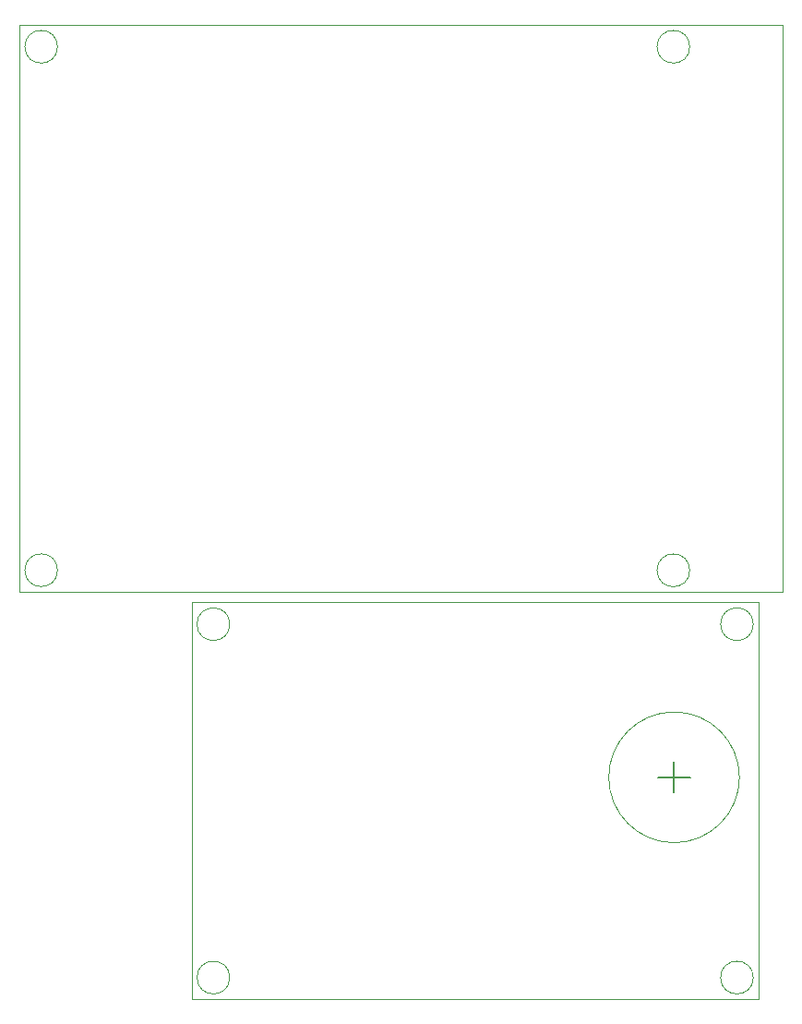
<source format=gm1>
G04 #@! TF.GenerationSoftware,KiCad,Pcbnew,9.0.4*
G04 #@! TF.CreationDate,2025-10-29T14:56:39-04:00*
G04 #@! TF.ProjectId,ArduinoBoard,41726475-696e-46f4-926f-6172642e6b69,1*
G04 #@! TF.SameCoordinates,Original*
G04 #@! TF.FileFunction,Profile,NP*
%FSLAX46Y46*%
G04 Gerber Fmt 4.6, Leading zero omitted, Abs format (unit mm)*
G04 Created by KiCad (PCBNEW 9.0.4) date 2025-10-29 14:56:39*
%MOMM*%
%LPD*%
G01*
G04 APERTURE LIST*
G04 #@! TA.AperFunction,Profile*
%ADD10C,0.200000*%
G04 #@! TD*
G04 #@! TA.AperFunction,Profile*
%ADD11C,0.050000*%
G04 #@! TD*
G04 APERTURE END LIST*
D10*
X99360208Y-110360000D02*
X99360208Y-107560000D01*
X97865208Y-108960000D02*
X100855208Y-108960000D01*
D11*
X105368382Y-108950000D02*
G75*
G02*
X93381618Y-108950000I-5993382J0D01*
G01*
X93381618Y-108950000D02*
G75*
G02*
X105368382Y-108950000I5993382J0D01*
G01*
X58610000Y-94910000D02*
G75*
G02*
X55610000Y-94910000I-1500000J0D01*
G01*
X55610000Y-94910000D02*
G75*
G02*
X58610000Y-94910000I1500000J0D01*
G01*
X58610000Y-127310000D02*
G75*
G02*
X55610000Y-127310000I-1500000J0D01*
G01*
X55610000Y-127310000D02*
G75*
G02*
X58610000Y-127310000I1500000J0D01*
G01*
X106640000Y-127310000D02*
G75*
G02*
X103640000Y-127310000I-1500000J0D01*
G01*
X103640000Y-127310000D02*
G75*
G02*
X106640000Y-127310000I1500000J0D01*
G01*
X106640000Y-94910000D02*
G75*
G02*
X103640000Y-94910000I-1500000J0D01*
G01*
X103640000Y-94910000D02*
G75*
G02*
X106640000Y-94910000I1500000J0D01*
G01*
X100810000Y-41960000D02*
G75*
G02*
X97810000Y-41960000I-1500000J0D01*
G01*
X97810000Y-41960000D02*
G75*
G02*
X100810000Y-41960000I1500000J0D01*
G01*
X100810000Y-89970000D02*
G75*
G02*
X97810000Y-89970000I-1500000J0D01*
G01*
X97810000Y-89970000D02*
G75*
G02*
X100810000Y-89970000I1500000J0D01*
G01*
X42810000Y-89960000D02*
G75*
G02*
X39810000Y-89960000I-1500000J0D01*
G01*
X39810000Y-89960000D02*
G75*
G02*
X42810000Y-89960000I1500000J0D01*
G01*
X42810000Y-41960000D02*
G75*
G02*
X39810000Y-41960000I-1500000J0D01*
G01*
X39810000Y-41960000D02*
G75*
G02*
X42810000Y-41960000I1500000J0D01*
G01*
X55109996Y-92910003D02*
X107110000Y-92910000D01*
X39310000Y-39960000D02*
X109310000Y-39960000D01*
X109310000Y-91960000D01*
X39310000Y-91960000D01*
X39310000Y-39960000D01*
X55110000Y-129310000D02*
X107110000Y-129310000D01*
X55110000Y-129310000D02*
X55109996Y-92910003D01*
X107140104Y-92894000D02*
X107140104Y-129294000D01*
M02*

</source>
